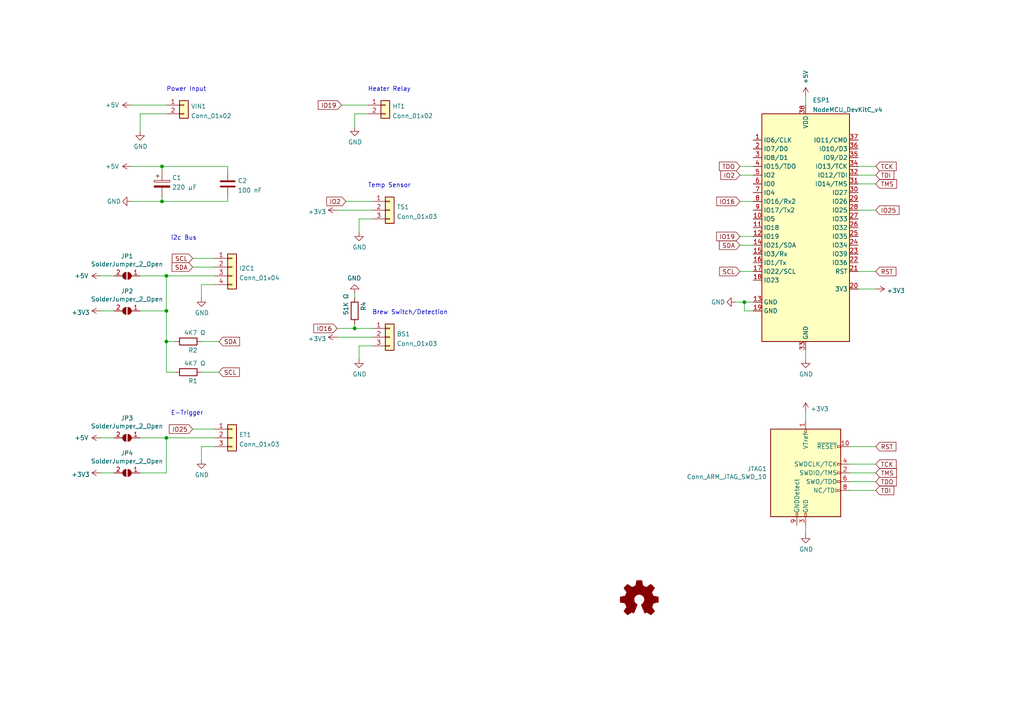
<source format=kicad_sch>
(kicad_sch (version 20211123) (generator eeschema)
  (paper "A4")
  (title_block (title "ESP32 PID-only Plus") (date "2022-01-15") (rev "1") (company "CleverCoffee "))
  (lib_symbols
    (symbol "Connector:Conn_ARM_JTAG_SWD_10" (pin_names (offset 1.016))
      (property "Reference" "J" (at -2.54 16.51 0))
      (property "Value" "Conn_ARM_JTAG_SWD_10" (at -2.54 13.97 0))
      (symbol "Conn_ARM_JTAG_SWD_10_0_1"
        (rectangle (start -10.16 12.7) (end 10.16 -12.7) (stroke (width 0.254)) (fill (type background)))
        (rectangle (start -2.794 -12.7) (end -2.286 -11.684))
        (rectangle (start -0.254 -12.7) (end 0.254 -11.684))
        (rectangle (start -0.254 12.7) (end 0.254 11.684))
        (rectangle (start 9.144 2.286) (end 10.16 2.794))
        (rectangle (start 10.16 -2.794) (end 9.144 -2.286))
        (rectangle (start 10.16 -0.254) (end 9.144 0.254))
        (rectangle (start 10.16 7.874) (end 9.144 7.366))
      )
      (symbol "Conn_ARM_JTAG_SWD_10_1_1"
        (rectangle (start 9.144 -5.334) (end 10.16 -4.826))
        (pin power_in line (at 0 15.24 270) (length 2.54) (name "VTref") (number "1"))
        (pin open_collector line (at 12.7 7.62 180) (length 2.54) (name "~{RESET}") (number "10"))
        (pin bidirectional line (at 12.7 0 180) (length 2.54) (name "SWDIO/TMS") (number "2"))
        (pin power_in line (at 0 -15.24 90) (length 2.54) (name "GND") (number "3"))
        (pin output line (at 12.7 2.54 180) (length 2.54) (name "SWDCLK/TCK") (number "4"))
        (pin passive line (at 0 -15.24 90) (length 2.54) hide (name "GND") (number "5"))
        (pin input line (at 12.7 -2.54 180) (length 2.54) (name "SWO/TDO") (number "6"))
        (pin no_connect line (at -10.16 0 0) (length 2.54) hide (name "KEY") (number "7"))
        (pin output line (at 12.7 -5.08 180) (length 2.54) (name "NC/TDI") (number "8"))
        (pin passive line (at -2.54 -15.24 90) (length 2.54) (name "GNDDetect") (number "9"))
      )
    )
    (symbol "Connector_Generic:Conn_01x02" (pin_names (offset 1.016) hide)
      (property "Reference" "J" (at 0 2.54 0))
      (property "Value" "Conn_01x02" (at 0 -5.08 0))
      (symbol "Conn_01x02_1_1"
        (rectangle (start -1.27 -2.413) (end 0 -2.667) (stroke (width 0.1524)))
        (rectangle (start -1.27 0.127) (end 0 -0.127) (stroke (width 0.1524)))
        (rectangle (start -1.27 1.27) (end 1.27 -3.81) (stroke (width 0.254)) (fill (type background)))
        (pin passive line (at -5.08 0 0) (length 3.81) (name "Pin_1") (number "1"))
        (pin passive line (at -5.08 -2.54 0) (length 3.81) (name "Pin_2") (number "2"))
      )
    )
    (symbol "Connector_Generic:Conn_01x03" (pin_names (offset 1.016) hide)
      (property "Reference" "J" (at 0 5.08 0))
      (property "Value" "Conn_01x03" (at 0 -5.08 0))
      (symbol "Conn_01x03_1_1"
        (rectangle (start -1.27 -2.413) (end 0 -2.667) (stroke (width 0.1524)))
        (rectangle (start -1.27 0.127) (end 0 -0.127) (stroke (width 0.1524)))
        (rectangle (start -1.27 2.667) (end 0 2.413) (stroke (width 0.1524)))
        (rectangle (start -1.27 3.81) (end 1.27 -3.81) (stroke (width 0.254)) (fill (type background)))
        (pin passive line (at -5.08 2.54 0) (length 3.81) (name "Pin_1") (number "1"))
        (pin passive line (at -5.08 0 0) (length 3.81) (name "Pin_2") (number "2"))
        (pin passive line (at -5.08 -2.54 0) (length 3.81) (name "Pin_3") (number "3"))
      )
    )
    (symbol "Connector_Generic:Conn_01x04" (pin_names (offset 1.016) hide)
      (property "Reference" "J" (at 0 5.08 0))
      (property "Value" "Conn_01x04" (at 0 -7.62 0))
      (symbol "Conn_01x04_1_1"
        (rectangle (start -1.27 -4.953) (end 0 -5.207) (stroke (width 0.1524)))
        (rectangle (start -1.27 -2.413) (end 0 -2.667) (stroke (width 0.1524)))
        (rectangle (start -1.27 0.127) (end 0 -0.127) (stroke (width 0.1524)))
        (rectangle (start -1.27 2.667) (end 0 2.413) (stroke (width 0.1524)))
        (rectangle (start -1.27 3.81) (end 1.27 -6.35) (stroke (width 0.254)) (fill (type background)))
        (pin passive line (at -5.08 2.54 0) (length 3.81) (name "Pin_1") (number "1"))
        (pin passive line (at -5.08 0 0) (length 3.81) (name "Pin_2") (number "2"))
        (pin passive line (at -5.08 -2.54 0) (length 3.81) (name "Pin_3") (number "3"))
        (pin passive line (at -5.08 -5.08 0) (length 3.81) (name "Pin_4") (number "4"))
      )
    )
    (symbol "Device:C" (pin_numbers hide) (pin_names (offset 0.254))
      (property "Reference" "C" (at 0.635 2.54 0))
      (property "Value" "C" (at 0.635 -2.54 0))
      (symbol "C_0_1"
        (polyline (pts (xy -2.032 -0.762) (xy 2.032 -0.762)) (stroke (width 0.508)))
        (polyline (pts (xy -2.032 0.762) (xy 2.032 0.762)) (stroke (width 0.508)))
      )
      (symbol "C_1_1"
        (pin passive line (at 0 3.81 270) (length 2.794) (name "~") (number "1"))
        (pin passive line (at 0 -3.81 90) (length 2.794) (name "~") (number "2"))
      )
    )
    (symbol "Device:C_Polarized" (pin_numbers hide) (pin_names (offset 0.254))
      (property "Reference" "C" (at 0.635 2.54 0))
      (property "Value" "C_Polarized" (at 0.635 -2.54 0))
      (symbol "C_Polarized_0_1"
        (rectangle (start -2.286 0.508) (end 2.286 1.016))
        (polyline (pts (xy -1.778 2.286) (xy -0.762 2.286)))
        (polyline (pts (xy -1.27 2.794) (xy -1.27 1.778)))
        (rectangle (start 2.286 -0.508) (end -2.286 -1.016) (fill (type outline)))
      )
      (symbol "C_Polarized_1_1"
        (pin passive line (at 0 3.81 270) (length 2.794) (name "~") (number "1"))
        (pin passive line (at 0 -3.81 90) (length 2.794) (name "~") (number "2"))
      )
    )
    (symbol "Device:R" (pin_numbers hide) (pin_names (offset 0))
      (property "Reference" "R" (at 2.032 0 90))
      (property "Value" "R" (at 0 0 90))
      (symbol "R_0_1"
        (rectangle (start -1.016 -2.54) (end 1.016 2.54) (stroke (width 0.254)))
      )
      (symbol "R_1_1"
        (pin passive line (at 0 3.81 270) (length 1.27) (name "~") (number "1"))
        (pin passive line (at 0 -3.81 90) (length 1.27) (name "~") (number "2"))
      )
    )
    (symbol "Graphic:Logo_Open_Hardware_Small" (pin_names (offset 1.016))
      (symbol "Logo_Open_Hardware_Small_0_1"
        (polyline (pts (xy 3.3528 -4.3434) (xy 3.302 -4.318) (xy 3.175 -4.2418) (xy 2.9972 -4.1148) (xy 2.7686 -3.9624) (xy 2.54 -3.81) (xy 2.3622 -3.7084) (xy 2.2352 -3.6068) (xy 2.1844 -3.5814) (xy 2.159 -3.6068) (xy 2.0574 -3.6576) (xy 1.905 -3.7338) (xy 1.8034 -3.7846) (xy 1.6764 -3.8354) (xy 1.6002 -3.8354) (xy 1.6002 -3.8354) (xy 1.5494 -3.7338) (xy 1.4732 -3.5306) (xy 1.3462 -3.302) (xy 1.2446 -3.0226) (xy 1.1176 -2.7178) (xy 0.9652 -2.413) (xy 0.8636 -2.1082) (xy 0.7366 -1.8288) (xy 0.6604 -1.6256) (xy 0.6096 -1.4732) (xy 0.5842 -1.397) (xy 0.5842 -1.397) (xy 0.6604 -1.3208) (xy 0.7874 -1.2446) (xy 1.0414 -1.016) (xy 1.2954 -0.6858) (xy 1.4478 -0.3302) (xy 1.524 0.0762) (xy 1.4732 0.4572) (xy 1.3208 0.8128) (xy 1.0668 1.143) (xy 0.762 1.3716) (xy 0.4064 1.524) (xy 0 1.5748) (xy -0.381 1.5494) (xy -0.7366 1.397) (xy -1.0668 1.143) (xy -1.2192 0.9906) (xy -1.397 0.6604) (xy -1.524 0.3048) (xy -1.524 0.2286) (xy -1.4986 -0.1778) (xy -1.397 -0.5334) (xy -1.1938 -0.8636) (xy -0.9144 -1.143) (xy -0.8636 -1.1684) (xy -0.7366 -1.27) (xy -0.635 -1.3462) (xy -0.5842 -1.397) (xy -1.0668 -2.5908) (xy -1.143 -2.794) (xy -1.2954 -3.1242) (xy -1.397 -3.4036) (xy -1.4986 -3.6322) (xy -1.5748 -3.7846) (xy -1.6002 -3.8354) (xy -1.6002 -3.8354) (xy -1.651 -3.8354) (xy -1.7272 -3.81) (xy -1.905 -3.7338) (xy -2.0066 -3.683) (xy -2.1336 -3.6068) (xy -2.2098 -3.5814) (xy -2.2606 -3.6068) (xy -2.3622 -3.683) (xy -2.54 -3.81) (xy -2.7686 -3.9624) (xy -2.9718 -4.0894) (xy -3.1496 -4.2164) (xy -3.302 -4.318) (xy -3.3528 -4.3434) (xy -3.3782 -4.3434) (xy -3.429 -4.318) (xy -3.5306 -4.2164) (xy -3.7084 -4.064) (xy -3.937 -3.8354) (xy -3.9624 -3.81) (xy -4.1656 -3.6068) (xy -4.318 -3.4544) (xy -4.4196 -3.3274) (xy -4.445 -3.2766) (xy -4.445 -3.2766) (xy -4.4196 -3.2258) (xy -4.318 -3.0734) (xy -4.2164 -2.8956) (xy -4.064 -2.667) (xy -3.6576 -2.0828) (xy -3.8862 -1.5494) (xy -3.937 -1.3716) (xy -4.0386 -1.1684) (xy -4.0894 -1.0414) (xy -4.1148 -0.9652) (xy -4.191 -0.9398) (xy -4.318 -0.9144) (xy -4.5466 -0.8636) (xy -4.8006 -0.8128) (xy -5.0546 -0.7874) (xy -5.2578 -0.7366) (xy -5.4356 -0.7112) (xy -5.5118 -0.6858) (xy -5.5118 -0.6858) (xy -5.5372 -0.635) (xy -5.5372 -0.5588) (xy -5.5372 -0.4318) (xy -5.5626 -0.2286) (xy -5.5626 0.0762) (xy -5.5626 0.127) (xy -5.5372 0.4064) (xy -5.5372 0.635) (xy -5.5372 0.762) (xy -5.5372 0.8382) (xy -5.5372 0.8382) (xy -5.461 0.8382) (xy -5.3086 0.889) (xy -5.08 0.9144) (xy -4.826 0.9652) (xy -4.8006 0.9906) (xy -4.5466 1.0414) (xy -4.318 1.0668) (xy -4.1656 1.1176) (xy -4.0894 1.143) (xy -4.0894 1.143) (xy -4.0386 1.2446) (xy -3.9624 1.4224) (xy -3.8608 1.6256) (xy -3.7846 1.8288) (xy -3.7084 2.0066) (xy -3.6576 2.159) (xy -3.6322 2.2098) (xy -3.6322 2.2098) (xy -3.683 2.286) (xy -3.7592 2.413) (xy -3.8862 2.5908) (xy -4.064 2.8194) (xy -4.064 2.8448) (xy -4.2164 3.0734) (xy -4.3434 3.2512) (xy -4.4196 3.3782) (xy -4.445 3.4544) (xy -4.445 3.4544) (xy -4.3942 3.5052) (xy -4.2926 3.6322) (xy -4.1148 3.81) (xy -3.937 4.0132) (xy -3.8608 4.064) (xy -3.6576 4.2926) (xy -3.5052 4.4196) (xy -3.4036 4.4958) (xy -3.3528 4.5212) (xy -3.3528 4.5212) (xy -3.302 4.4704) (xy -3.1496 4.3688) (xy -2.9718 4.2418) (xy -2.7432 4.0894) (xy -2.7178 4.0894) (xy -2.4892 3.937) (xy -2.3114 3.81) (xy -2.1844 3.7084) (xy -2.1336 3.683) (xy -2.1082 3.683) (xy -2.032 3.7084) (xy -1.8542 3.7592) (xy -1.6764 3.8354) (xy -1.4732 3.937) (xy -1.27 4.0132) (xy -1.143 4.064) (xy -1.0668 4.1148) (xy -1.0668 4.1148) (xy -1.0414 4.191) (xy -1.016 4.3434) (xy -0.9652 4.572) (xy -0.9144 4.8514) (xy -0.889 4.9022) (xy -0.8382 5.1562) (xy -0.8128 5.3848) (xy -0.7874 5.5372) (xy -0.762 5.588) (xy -0.7112 5.6134) (xy -0.5842 5.6134) (xy -0.4064 5.6134) (xy -0.1524 5.6134) (xy 0.0762 5.6134) (xy 0.3302 5.6134) (xy 0.5334 5.6134) (xy 0.6858 5.588) (xy 0.7366 5.588) (xy 0.7366 5.588) (xy 0.762 5.5118) (xy 0.8128 5.334) (xy 0.8382 5.1054) (xy 0.9144 4.826) (xy 0.9144 4.7752) (xy 0.9652 4.5212) (xy 1.016 4.2926) (xy 1.0414 4.1402) (xy 1.0668 4.0894) (xy 1.0668 4.0894) (xy 1.1938 4.0386) (xy 1.3716 3.9624) (xy 1.5748 3.8608) (xy 2.0828 3.6576) (xy 2.7178 4.0894) (xy 2.7686 4.1402) (xy 2.9972 4.2926) (xy 3.175 4.4196) (xy 3.302 4.4958) (xy 3.3782 4.5212) (xy 3.3782 4.5212) (xy 3.429 4.4704) (xy 3.556 4.3434) (xy 3.7338 4.191) (xy 3.9116 3.9878) (xy 4.064 3.8354) (xy 4.2418 3.6576) (xy 4.3434 3.556) (xy 4.4196 3.4798) (xy 4.4196 3.429) (xy 4.4196 3.4036) (xy 4.3942 3.3274) (xy 4.2926 3.2004) (xy 4.1656 2.9972) (xy 4.0132 2.794) (xy 3.8862 2.5908) (xy 3.7592 2.3876) (xy 3.6576 2.2352) (xy 3.6322 2.159) (xy 3.6322 2.1336) (xy 3.683 2.0066) (xy 3.7592 1.8288) (xy 3.8608 1.6002) (xy 4.064 1.1176) (xy 4.3942 1.0414) (xy 4.5974 1.016) (xy 4.8768 0.9652) (xy 5.1308 0.9144) (xy 5.5372 0.8382) (xy 5.5626 -0.6604) (xy 5.4864 -0.6858) (xy 5.4356 -0.6858) (xy 5.2832 -0.7366) (xy 5.0546 -0.762) (xy 4.8006 -0.8128) (xy 4.5974 -0.8636) (xy 4.3688 -0.9144) (xy 4.2164 -0.9398) (xy 4.1402 -0.9398) (xy 4.1148 -0.9652) (xy 4.064 -1.0668) (xy 3.9878 -1.2446) (xy 3.9116 -1.4478) (xy 3.81 -1.651) (xy 3.7338 -1.8542) (xy 3.683 -2.0066) (xy 3.6576 -2.0828) (xy 3.683 -2.1336) (xy 3.7846 -2.2606) (xy 3.8862 -2.4638) (xy 4.0386 -2.667) (xy 4.191 -2.8956) (xy 4.318 -3.0734) (xy 4.3942 -3.2004) (xy 4.445 -3.2766) (xy 4.4196 -3.3274) (xy 4.3434 -3.429) (xy 4.1656 -3.5814) (xy 3.937 -3.8354) (xy 3.8862 -3.8608) (xy 3.683 -4.064) (xy 3.5306 -4.2164) (xy 3.4036 -4.318) (xy 3.3528 -4.3434)) (fill (type outline)))
      )
    )
    (symbol "Jumper:SolderJumper_2_Open" (pin_names (offset 0) hide)
      (property "Reference" "JP" (at 0 2.032 0))
      (property "Value" "SolderJumper_2_Open" (at 0 -2.54 0))
      (symbol "SolderJumper_2_Open_0_1"
        (arc (start -0.254 1.016) (mid -1.27 0) (end -0.254 -1.016))
        (arc (start -0.254 1.016) (mid -1.27 0) (end -0.254 -1.016) (fill (type outline)))
        (polyline (pts (xy -0.254 1.016) (xy -0.254 -1.016)))
        (polyline (pts (xy 0.254 1.016) (xy 0.254 -1.016)))
        (arc (start 0.254 -1.016) (mid 1.27 0) (end 0.254 1.016))
        (arc (start 0.254 -1.016) (mid 1.27 0) (end 0.254 1.016) (fill (type outline)))
      )
      (symbol "SolderJumper_2_Open_1_1"
        (pin passive line (at -3.81 0 0) (length 2.54) (name "A") (number "1"))
        (pin passive line (at 3.81 0 180) (length 2.54) (name "B") (number "2"))
      )
    )
    (symbol "MCU_Espressif:NodeMCU_DevKitC_v4"
      (property "Reference" "ESP1" (at -10.16 -35.56 0))
      (property "Value" "NodeMCU_DevKitC_v4" (at 13.97 35.56 0))
      (symbol "NodeMCU_DevKitC_v4_0_1"
        (rectangle (start -12.7 33.02) (end 12.7 -33.02) (stroke (width 0.254)) (fill (type background)))
      )
      (symbol "NodeMCU_DevKitC_v4_1_1"
        (pin bidirectional line (at -15.24 25.4 0) (length 2.54) (name "IO6/CLK") (number "1"))
        (pin bidirectional line (at -15.24 2.54 0) (length 2.54) (name "IO5") (number "10"))
        (pin bidirectional line (at -15.24 0 0) (length 2.54) (name "IO18") (number "11"))
        (pin bidirectional line (at -15.24 -2.54 0) (length 2.54) (name "IO19") (number "12"))
        (pin power_in line (at -15.24 -21.59 0) (length 2.54) (name "GND") (number "13"))
        (pin bidirectional line (at -15.24 -5.08 0) (length 2.54) (name "IO21/SDA") (number "14"))
        (pin bidirectional line (at -15.24 -7.62 0) (length 2.54) (name "IO3/Rx") (number "15"))
        (pin bidirectional line (at -15.24 -10.16 0) (length 2.54) (name "IO1/Tx") (number "16"))
        (pin bidirectional line (at -15.24 -12.7 0) (length 2.54) (name "IO22/SCL") (number "17"))
        (pin bidirectional line (at -15.24 -15.24 0) (length 2.54) (name "IO23") (number "18"))
        (pin power_in line (at -15.24 -24.13 0) (length 2.54) (name "GND") (number "19"))
        (pin bidirectional line (at -15.24 22.86 0) (length 2.54) (name "IO7/D0") (number "2"))
        (pin power_out line (at 15.24 -17.78 180) (length 2.54) (name "3V3") (number "20"))
        (pin input line (at 15.24 -12.7 180) (length 2.54) (name "RST") (number "21"))
        (pin bidirectional line (at 15.24 -10.16 180) (length 2.54) (name "IO36") (number "22"))
        (pin bidirectional line (at 15.24 -7.62 180) (length 2.54) (name "IO39") (number "23"))
        (pin bidirectional line (at 15.24 -5.08 180) (length 2.54) (name "IO34") (number "24"))
        (pin bidirectional line (at 15.24 -2.54 180) (length 2.54) (name "IO35") (number "25"))
        (pin bidirectional line (at 15.24 0 180) (length 2.54) (name "IO32") (number "26"))
        (pin bidirectional line (at 15.24 2.54 180) (length 2.54) (name "IO33") (number "27"))
        (pin bidirectional line (at 15.24 5.08 180) (length 2.54) (name "IO25") (number "28"))
        (pin bidirectional line (at 15.24 7.62 180) (length 2.54) (name "IO26") (number "29"))
        (pin bidirectional line (at -15.24 20.32 0) (length 2.54) (name "IO8/D1") (number "3"))
        (pin bidirectional line (at 15.24 10.16 180) (length 2.54) (name "IO27") (number "30"))
        (pin bidirectional line (at 15.24 12.7 180) (length 2.54) (name "IO14/TMS") (number "31"))
        (pin bidirectional line (at 15.24 15.24 180) (length 2.54) (name "IO12/TDI") (number "32"))
        (pin power_in line (at 0 -35.56 90) (length 2.54) (name "GND") (number "33"))
        (pin bidirectional line (at 15.24 17.78 180) (length 2.54) (name "IO13/TCK") (number "34"))
        (pin bidirectional line (at 15.24 20.32 180) (length 2.54) (name "IO9/D2") (number "35"))
        (pin bidirectional line (at 15.24 22.86 180) (length 2.54) (name "IO10/D3") (number "36"))
        (pin bidirectional line (at 15.24 25.4 180) (length 2.54) (name "IO11/CMD") (number "37"))
        (pin power_in line (at 0 35.56 270) (length 2.54) (name "VDD") (number "38"))
        (pin bidirectional line (at -15.24 17.78 0) (length 2.54) (name "IO15/TDO") (number "4"))
        (pin bidirectional line (at -15.24 15.24 0) (length 2.54) (name "IO2") (number "5"))
        (pin bidirectional line (at -15.24 12.7 0) (length 2.54) (name "IO0") (number "6"))
        (pin bidirectional line (at -15.24 10.16 0) (length 2.54) (name "IO4") (number "7"))
        (pin bidirectional line (at -15.24 7.62 0) (length 2.54) (name "IO16/Rx2") (number "8"))
        (pin bidirectional line (at -15.24 5.08 0) (length 2.54) (name "IO17/Tx2") (number "9"))
      )
    )
    (symbol "power:+3.3V" (power) (pin_names (offset 0))
      (property "Value" "+3.3V" (at 0 3.556 0))
      (symbol "+3.3V_0_1"
        (polyline (pts (xy -0.762 1.27) (xy 0 2.54)))
        (polyline (pts (xy 0 0) (xy 0 2.54)))
        (polyline (pts (xy 0 2.54) (xy 0.762 1.27)))
      )
      (symbol "+3.3V_1_1"
        (pin power_in line (at 0 0 90) (length 0) hide (name "+3V3") (number "1"))
      )
    )
    (symbol "power:+5V" (power) (pin_names (offset 0))
      (property "Value" "+5V" (at 0 3.556 0))
      (symbol "+5V_0_1"
        (polyline (pts (xy -0.762 1.27) (xy 0 2.54)))
        (polyline (pts (xy 0 0) (xy 0 2.54)))
        (polyline (pts (xy 0 2.54) (xy 0.762 1.27)))
      )
      (symbol "+5V_1_1"
        (pin power_in line (at 0 0 90) (length 0) hide (name "+5V") (number "1"))
      )
    )
    (symbol "power:GND" (power) (pin_names (offset 0))
      (property "Value" "GND" (at 0 -3.81 0))
      (symbol "GND_0_1"
        (polyline (pts (xy 0 0) (xy 0 -1.27) (xy 1.27 -1.27) (xy 0 -2.54) (xy -1.27 -1.27) (xy 0 -1.27)))
      )
      (symbol "GND_1_1"
        (pin power_in line (at 0 0 270) (length 0) hide (name "GND") (number "1"))
      )
    )
  )
  (junction (at 48.26 90.17))
  (junction (at 48.26 80.01))
  (junction (at 48.26 99.06))
  (junction (at 215.9 87.63))
  (junction (at 102.87 95.25))
  (junction (at 48.26 127))
  (junction (at 46.99 48.26))
  (junction (at 46.99 58.42))
  (wire (pts (xy 97.79 60.96) (xy 107.95 60.96)))
  (wire (pts (xy 213.36 87.63) (xy 215.9 87.63)))
  (wire (pts (xy 48.26 99.06) (xy 48.26 107.95)))
  (wire (pts (xy 66.04 48.26) (xy 66.04 49.53)))
  (wire (pts (xy 55.88 77.47) (xy 62.23 77.47)))
  (wire (pts (xy 46.99 58.42) (xy 66.04 58.42)))
  (wire (pts (xy 48.26 99.06) (xy 50.8 99.06)))
  (wire (pts (xy 40.64 33.02) (xy 40.64 38.1)))
  (wire (pts (xy 233.68 101.6) (xy 233.68 104.14)))
  (wire (pts (xy 48.26 137.16) (xy 48.26 127)))
  (wire (pts (xy 58.42 107.95) (xy 63.5 107.95)))
  (wire (pts (xy 48.26 127) (xy 62.23 127)))
  (wire (pts (xy 100.33 58.42) (xy 107.95 58.42)))
  (wire (pts (xy 246.38 137.16) (xy 254 137.16)))
  (wire (pts (xy 46.99 48.26) (xy 46.99 49.53)))
  (wire (pts (xy 66.04 57.15) (xy 66.04 58.42)))
  (wire (pts (xy 246.38 134.62) (xy 254 134.62)))
  (wire (pts (xy 215.9 87.63) (xy 218.44 87.63)))
  (wire (pts (xy 233.68 27.94) (xy 233.68 30.48)))
  (wire (pts (xy 48.26 90.17) (xy 48.26 99.06)))
  (wire (pts (xy 102.87 95.25) (xy 107.95 95.25)))
  (wire (pts (xy 214.63 50.8) (xy 218.44 50.8)))
  (wire (pts (xy 46.99 57.15) (xy 46.99 58.42)))
  (wire (pts (xy 248.92 50.8) (xy 254 50.8)))
  (wire (pts (xy 58.42 82.55) (xy 58.42 86.36)))
  (wire (pts (xy 214.63 68.58) (xy 218.44 68.58)))
  (wire (pts (xy 214.63 71.12) (xy 218.44 71.12)))
  (wire (pts (xy 104.14 63.5) (xy 107.95 63.5)))
  (wire (pts (xy 106.68 33.02) (xy 102.87 33.02)))
  (wire (pts (xy 97.79 97.79) (xy 107.95 97.79)))
  (wire (pts (xy 40.64 90.17) (xy 48.26 90.17)))
  (wire (pts (xy 55.88 124.46) (xy 62.23 124.46)))
  (wire (pts (xy 248.92 60.96) (xy 254 60.96)))
  (wire (pts (xy 248.92 53.34) (xy 254 53.34)))
  (wire (pts (xy 248.92 48.26) (xy 254 48.26)))
  (wire (pts (xy 40.64 127) (xy 48.26 127)))
  (wire (pts (xy 246.38 142.24) (xy 254 142.24)))
  (wire (pts (xy 38.1 48.26) (xy 46.99 48.26)))
  (wire (pts (xy 214.63 58.42) (xy 218.44 58.42)))
  (wire (pts (xy 29.21 127) (xy 33.02 127)))
  (wire (pts (xy 58.42 99.06) (xy 63.5 99.06)))
  (wire (pts (xy 233.68 119.38) (xy 233.68 121.92)))
  (wire (pts (xy 99.06 30.48) (xy 106.68 30.48)))
  (wire (pts (xy 58.42 129.54) (xy 62.23 129.54)))
  (wire (pts (xy 97.79 95.25) (xy 102.87 95.25)))
  (wire (pts (xy 104.14 100.33) (xy 107.95 100.33)))
  (wire (pts (xy 40.64 137.16) (xy 48.26 137.16)))
  (wire (pts (xy 246.38 139.7) (xy 254 139.7)))
  (wire (pts (xy 29.21 137.16) (xy 33.02 137.16)))
  (wire (pts (xy 102.87 93.98) (xy 102.87 95.25)))
  (wire (pts (xy 40.64 80.01) (xy 48.26 80.01)))
  (wire (pts (xy 214.63 48.26) (xy 218.44 48.26)))
  (wire (pts (xy 248.92 78.74) (xy 254 78.74)))
  (wire (pts (xy 58.42 82.55) (xy 62.23 82.55)))
  (wire (pts (xy 48.26 80.01) (xy 62.23 80.01)))
  (wire (pts (xy 233.68 152.4) (xy 233.68 154.94)))
  (wire (pts (xy 215.9 90.17) (xy 215.9 87.63)))
  (wire (pts (xy 248.92 83.82) (xy 254 83.82)))
  (wire (pts (xy 55.88 74.93) (xy 62.23 74.93)))
  (wire (pts (xy 48.26 33.02) (xy 40.64 33.02)))
  (wire (pts (xy 38.1 58.42) (xy 46.99 58.42)))
  (wire (pts (xy 38.1 30.48) (xy 48.26 30.48)))
  (wire (pts (xy 218.44 90.17) (xy 215.9 90.17)))
  (wire (pts (xy 104.14 104.14) (xy 104.14 100.33)))
  (wire (pts (xy 58.42 133.35) (xy 58.42 129.54)))
  (wire (pts (xy 48.26 90.17) (xy 48.26 80.01)))
  (wire (pts (xy 102.87 85.09) (xy 102.87 86.36)))
  (wire (pts (xy 29.21 80.01) (xy 33.02 80.01)))
  (wire (pts (xy 48.26 107.95) (xy 50.8 107.95)))
  (wire (pts (xy 246.38 129.54) (xy 254 129.54)))
  (wire (pts (xy 214.63 78.74) (xy 218.44 78.74)))
  (wire (pts (xy 104.14 67.31) (xy 104.14 63.5)))
  (wire (pts (xy 29.21 90.17) (xy 33.02 90.17)))
  (wire (pts (xy 102.87 33.02) (xy 102.87 36.83)))
  (wire (pts (xy 46.99 48.26) (xy 66.04 48.26)))
  (text "i2c Bus\n" (at 49.53 69.85 0) (effects (font (size 1.27 1.27)) (justify left bottom)))
  (text "Brew Switch/Detection" (at 107.95 91.44 0) (effects (font (size 1.27 1.27)) (justify left bottom)))
  (text "E-Trigger" (at 49.53 120.65 0) (effects (font (size 1.27 1.27)) (justify left bottom)))
  (text "Temp Sensor\n" (at 106.68 54.61 0) (effects (font (size 1.27 1.27)) (justify left bottom)))
  (text "Heater Relay" (at 106.68 26.67 0) (effects (font (size 1.27 1.27)) (justify left bottom)))
  (text "Power Input" (at 48.26 26.67 0) (effects (font (size 1.27 1.27)) (justify left bottom)))
  (global_label "TDO" (shape input) (at 254 139.7 0) (property "Intersheet References" "${INTERSHEET_REFS}" (effects hide)))
  (global_label "TDI" (shape input) (at 254 142.24 0) (property "Intersheet References" "${INTERSHEET_REFS}" (effects hide)))
  (global_label "TDI" (shape input) (at 254 50.8 0) (property "Intersheet References" "${INTERSHEET_REFS}" (effects hide)))
  (global_label "IO2" (shape input) (at 100.33 58.42 180) (property "Intersheet References" "${INTERSHEET_REFS}" (effects hide)))
  (global_label "RST" (shape input) (at 254 129.54 0) (property "Intersheet References" "${INTERSHEET_REFS}" (effects hide)))
  (global_label "SDA" (shape input) (at 55.88 77.47 180) (property "Intersheet References" "${INTERSHEET_REFS}" (effects hide)))
  (global_label "TDO" (shape input) (at 214.63 48.26 180) (property "Intersheet References" "${INTERSHEET_REFS}" (effects hide)))
  (global_label "IO19" (shape input) (at 214.63 68.58 180) (property "Intersheet References" "${INTERSHEET_REFS}" (effects hide)))
  (global_label "SDA" (shape input) (at 214.63 71.12 180) (property "Intersheet References" "${INTERSHEET_REFS}" (effects hide)))
  (global_label "IO16" (shape input) (at 214.63 58.42 180) (property "Intersheet References" "${INTERSHEET_REFS}" (effects hide)))
  (global_label "SCL" (shape input) (at 55.88 74.93 180) (property "Intersheet References" "${INTERSHEET_REFS}" (effects hide)))
  (global_label "TMS" (shape input) (at 254 137.16 0) (property "Intersheet References" "${INTERSHEET_REFS}" (effects hide)))
  (global_label "IO25" (shape input) (at 55.88 124.46 180) (property "Intersheet References" "${INTERSHEET_REFS}" (effects hide)))
  (global_label "SDA" (shape input) (at 63.5 99.06 0) (property "Intersheet References" "${INTERSHEET_REFS}" (effects hide)))
  (global_label "TCK" (shape input) (at 254 48.26 0) (property "Intersheet References" "${INTERSHEET_REFS}" (effects hide)))
  (global_label "IO19" (shape input) (at 99.06 30.48 180) (property "Intersheet References" "${INTERSHEET_REFS}" (effects hide)))
  (global_label "TCK" (shape input) (at 254 134.62 0) (property "Intersheet References" "${INTERSHEET_REFS}" (effects hide)))
  (global_label "RST" (shape input) (at 254 78.74 0) (property "Intersheet References" "${INTERSHEET_REFS}" (effects hide)))
  (global_label "IO2" (shape input) (at 214.63 50.8 180) (property "Intersheet References" "${INTERSHEET_REFS}" (effects hide)))
  (global_label "TMS" (shape input) (at 254 53.34 0) (property "Intersheet References" "${INTERSHEET_REFS}" (effects hide)))
  (global_label "SCL" (shape input) (at 214.63 78.74 180) (property "Intersheet References" "${INTERSHEET_REFS}" (effects hide)))
  (global_label "IO16" (shape input) (at 97.79 95.25 180) (property "Intersheet References" "${INTERSHEET_REFS}" (effects hide)))
  (global_label "IO25" (shape input) (at 254 60.96 0) (property "Intersheet References" "${INTERSHEET_REFS}" (effects hide)))
  (global_label "SCL" (shape input) (at 63.5 107.95 0) (property "Intersheet References" "${INTERSHEET_REFS}" (effects hide)))
  (symbol (lib_id "Connector_Generic:Conn_01x02") (at 111.76 30.48 0) (unit 1)
    (property "Reference" "HT1" (at 113.792 30.8415 0) (effects (justify left)))
    (property "Value" "Conn_01x02" (at 113.792 33.6166 0) (effects (justify left)))
    (property "Footprint" "Connector_Wago:250-402" (effects hide))
  )
  (symbol (lib_id "power:GND") (at 233.68 104.14 0) (unit 1)
    (property "Reference" "#PWR0114" (effects hide))
    (property "Value" "GND" (at 233.807 108.5342 0))
  )
  (symbol (lib_id "power:+3.3V") (at 97.79 60.96 90) (unit 1)
    (property "Reference" "#PWR0123" (effects hide))
    (property "Value" "+3.3V" (at 94.615 61.439 90) (effects (justify left)))
  )
  (symbol (lib_id "Connector_Generic:Conn_01x02") (at 53.34 30.48 0) (unit 1)
    (property "Reference" "VIN1" (at 55.372 30.8415 0) (effects (justify left)))
    (property "Value" "Conn_01x02" (at 55.372 33.6166 0) (effects (justify left)))
    (property "Footprint" "Connector_Wago:250-402" (effects hide))
  )
  (symbol (lib_id "Device:C_Polarized") (at 46.99 53.34 0) (unit 1)
    (property "Reference" "C1" (at 49.911 51.5425 0) (effects (justify left)))
    (property "Value" "220 μF" (at 49.911 54.3176 0) (effects (justify left)))
    (property "Footprint" "Capacitor_THT:CP_Radial_D8.0mm_P3.80mm" (effects hide))
  )
  (symbol (lib_id "Jumper:SolderJumper_2_Open") (at 36.83 90.17 180) (unit 1)
    (property "Reference" "JP2" (at 36.83 84.455 0))
    (property "Value" "SolderJumper_2_Open" (at 36.83 86.7664 0))
    (property "Footprint" "Jumper:SolderJumper-2_P1.3mm_Open_Pad1.0x1.5mm" (effects hide))
  )
  (symbol (lib_id "power:+3.3V") (at 254 83.82 270) (unit 1)
    (property "Reference" "#PWR0116" (effects hide))
    (property "Value" "+3.3V" (at 257.175 84.299 90) (effects (justify left)))
  )
  (symbol (lib_id "power:GND") (at 102.87 36.83 0) (unit 1)
    (property "Reference" "#PWR0106" (effects hide))
    (property "Value" "GND" (at 102.997 41.2242 0))
  )
  (symbol (lib_id "power:+5V") (at 38.1 48.26 90) (unit 1)
    (property "Reference" "#PWR0119" (effects hide))
    (property "Value" "+5V" (at 30.48 48.26 90) (effects (justify right)))
  )
  (symbol (lib_id "power:GND") (at 213.36 87.63 270) (unit 1)
    (property "Reference" "#PWR0115" (effects hide))
    (property "Value" "GND" (at 208.28 87.63 90))
  )
  (symbol (lib_id "power:GND") (at 104.14 104.14 0) (unit 1)
    (property "Reference" "#PWR0127" (effects hide))
    (property "Value" "GND" (at 104.267 108.5342 0))
  )
  (symbol (lib_id "Graphic:Logo_Open_Hardware_Small") (at 185.42 173.99 0) (unit 1)
    (property "Reference" "#LOGO1" (effects hide))
    (property "Value" "Logo_Open_Hardware_Small" (effects hide))
    (property "Footprint" "Symbol:OSHW-Logo2_7.3x6mm_SilkScreen" (effects hide))
  )
  (symbol (lib_id "Connector_Generic:Conn_01x04") (at 67.31 77.47 0) (unit 1)
    (property "Reference" "I2C1" (at 69.342 77.8315 0) (effects (justify left)))
    (property "Value" "Conn_01x04" (at 69.342 80.6066 0) (effects (justify left)))
    (property "Footprint" "Connector_Wago:250-404" (effects hide))
  )
  (symbol (lib_id "power:GND") (at 58.42 86.36 0) (unit 1)
    (property "Reference" "#PWR0102" (effects hide))
    (property "Value" "GND" (at 58.547 90.7542 0))
  )
  (symbol (lib_id "power:+3.3V") (at 233.68 119.38 0) (unit 1)
    (property "Reference" "#PWR0122" (effects hide))
    (property "Value" "+3.3V" (at 235.077 118.589 0) (effects (justify left)))
  )
  (symbol (lib_id "power:GND") (at 40.64 38.1 0) (unit 1)
    (property "Reference" "#PWR0105" (effects hide))
    (property "Value" "GND" (at 40.767 42.4942 0))
  )
  (symbol (lib_id "Connector_Generic:Conn_01x03") (at 67.31 127 0) (unit 1)
    (property "Reference" "ET1" (at 69.342 126.0915 0) (effects (justify left)))
    (property "Value" "Conn_01x03" (at 69.342 128.8666 0) (effects (justify left)))
    (property "Footprint" "Connector_Wago:250-403" (effects hide))
  )
  (symbol (lib_id "power:GND") (at 58.42 133.35 0) (unit 1)
    (property "Reference" "#PWR0125" (effects hide))
    (property "Value" "GND" (at 58.547 137.7442 0))
  )
  (symbol (lib_id "Device:R") (at 54.61 107.95 270) (unit 1)
    (property "Reference" "R1" (at 54.61 110.49 90) (effects (justify left)))
    (property "Value" "4K7 Ω" (at 53.34 105.41 90) (effects (justify left)))
    (property "Footprint" "Resistor_THT:R_Axial_DIN0207_L6.3mm_D2.5mm_P10.16mm_Horizontal" (effects hide))
  )
  (symbol (lib_id "Jumper:SolderJumper_2_Open") (at 36.83 137.16 180) (unit 1)
    (property "Reference" "JP4" (at 36.83 131.445 0))
    (property "Value" "SolderJumper_2_Open" (at 36.83 133.7564 0))
    (property "Footprint" "Jumper:SolderJumper-2_P1.3mm_Open_Pad1.0x1.5mm" (effects hide))
  )
  (symbol (lib_id "Device:R") (at 54.61 99.06 270) (unit 1)
    (property "Reference" "R2" (at 54.61 101.6 90) (effects (justify left)))
    (property "Value" "4K7 Ω" (at 53.34 96.52 90) (effects (justify left)))
    (property "Footprint" "Resistor_THT:R_Axial_DIN0207_L6.3mm_D2.5mm_P10.16mm_Horizontal" (effects hide))
  )
  (symbol (lib_id "Connector_Generic:Conn_01x03") (at 113.03 60.96 0) (unit 1)
    (property "Reference" "TS1" (at 115.062 60.0515 0) (effects (justify left)))
    (property "Value" "Conn_01x03" (at 115.062 62.8266 0) (effects (justify left)))
    (property "Footprint" "Connector_Wago:250-403" (effects hide))
  )
  (symbol (lib_id "power:+3.3V") (at 29.21 137.16 90) (unit 1)
    (property "Reference" "#PWR0110" (effects hide))
    (property "Value" "+3.3V" (at 26.035 137.639 90) (effects (justify left)))
  )
  (symbol (lib_id "Connector_Generic:Conn_01x03") (at 113.03 97.79 0) (unit 1)
    (property "Reference" "BS1" (at 115.062 96.8815 0) (effects (justify left)))
    (property "Value" "Conn_01x03" (at 115.062 99.6566 0) (effects (justify left)))
    (property "Footprint" "Connector_Wago:250-403" (effects hide))
  )
  (symbol (lib_id "power:GND") (at 38.1 58.42 270) (unit 1)
    (property "Reference" "#PWR0118" (effects hide))
    (property "Value" "GND" (at 33.02 58.42 90))
  )
  (symbol (lib_id "power:GND") (at 233.68 154.94 0) (unit 1)
    (property "Reference" "#PWR0108" (effects hide))
    (property "Value" "GND" (at 233.807 159.3342 0))
  )
  (symbol (lib_id "power:GND") (at 104.14 67.31 0) (unit 1)
    (property "Reference" "#PWR0111" (effects hide))
    (property "Value" "GND" (at 104.267 71.7042 0))
  )
  (symbol (lib_id "power:+3.3V") (at 29.21 90.17 90) (unit 1)
    (property "Reference" "#PWR0124" (effects hide))
    (property "Value" "+3.3V" (at 26.035 90.649 90) (effects (justify left)))
  )
  (symbol (lib_id "Device:R") (at 102.87 90.17 0) (unit 1)
    (property "Reference" "R4" (at 105.41 90.17 90) (effects (justify left)))
    (property "Value" "51K Ω" (at 100.33 91.44 90) (effects (justify left)))
    (property "Footprint" "Resistor_THT:R_Axial_DIN0207_L6.3mm_D2.5mm_P10.16mm_Horizontal" (effects hide))
  )
  (symbol (lib_id "Jumper:SolderJumper_2_Open") (at 36.83 127 180) (unit 1)
    (property "Reference" "JP3" (at 36.83 121.285 0))
    (property "Value" "SolderJumper_2_Open" (at 36.83 123.5964 0))
    (property "Footprint" "Jumper:SolderJumper-2_P1.3mm_Open_Pad1.0x1.5mm" (effects hide))
  )
  (symbol (lib_id "Connector:Conn_ARM_JTAG_SWD_10") (at 233.68 137.16 0) (unit 1)
    (property "Reference" "JTAG1" (at 222.4278 135.9916 0) (effects (justify right)))
    (property "Value" "Conn_ARM_JTAG_SWD_10" (at 222.4278 138.303 0) (effects (justify right)))
    (property "Footprint" "Connector_PinHeader_2.54mm:PinHeader_2x05_P2.54mm_Vertical" (effects hide))
    (property "Datasheet" "http://infocenter.arm.com/help/topic/com.arm.doc.ddi0314h/DDI0314H_coresight_components_trm.pdf" (effects hide))
  )
  (symbol (lib_id "power:+5V") (at 233.68 27.94 0) (unit 1)
    (property "Reference" "#PWR0113" (effects hide))
    (property "Value" "+5V" (at 233.68 20.32 90) (effects (justify right)))
  )
  (symbol (lib_id "power:+5V") (at 29.21 127 90) (unit 1)
    (property "Reference" "#PWR0112" (effects hide))
    (property "Value" "+5V" (at 21.59 127 90) (effects (justify right)))
  )
  (symbol (lib_id "power:GND") (at 102.87 85.09 180) (unit 1)
    (property "Reference" "#PWR0101" (effects hide))
    (property "Value" "GND" (at 102.743 80.6958 0))
  )
  (symbol (lib_id "MCU_Espressif:NodeMCU_DevKitC_v4") (at 233.68 66.04 0) (unit 1)
    (property "Reference" "ESP1" (at 235.6994 29.0535 0) (effects (justify left)))
    (property "Value" "NodeMCU_DevKitC_v4" (at 235.6994 31.8286 0) (effects (justify left)))
    (property "Footprint" "Module:NodeMCU DevKitC v4" (effects hide))
    (property "Datasheet" "https://www.espressif.com/sites/default/files/documentation/esp32-wroom-32_datasheet_en.pdf" (effects hide))
  )
  (symbol (lib_id "power:+5V") (at 38.1 30.48 90) (unit 1)
    (property "Reference" "#PWR0104" (effects hide))
    (property "Value" "+5V" (at 30.48 30.48 90) (effects (justify right)))
  )
  (symbol (lib_id "Jumper:SolderJumper_2_Open") (at 36.83 80.01 180) (unit 1)
    (property "Reference" "JP1" (at 36.83 74.295 0))
    (property "Value" "SolderJumper_2_Open" (at 36.83 76.6064 0))
    (property "Footprint" "Jumper:SolderJumper-2_P1.3mm_Open_Pad1.0x1.5mm" (effects hide))
  )
  (symbol (lib_id "power:+5V") (at 29.21 80.01 90) (unit 1)
    (property "Reference" "#PWR0103" (effects hide))
    (property "Value" "+5V" (at 21.59 80.01 90) (effects (justify right)))
  )
  (symbol (lib_id "Device:C") (at 66.04 53.34 0) (unit 1)
    (property "Reference" "C2" (at 68.961 52.4315 0) (effects (justify left)))
    (property "Value" "100 nF" (at 68.961 55.2066 0) (effects (justify left)))
    (property "Footprint" "Capacitor_THT:C_Axial_L5.1mm_D3.1mm_P7.50mm_Horizontal" (effects hide))
  )
  (symbol (lib_id "power:+3.3V") (at 97.79 97.79 90) (unit 1)
    (property "Reference" "#PWR0109" (effects hide))
    (property "Value" "+3.3V" (at 94.615 98.269 90) (effects (justify left)))
  )
)
</source>
